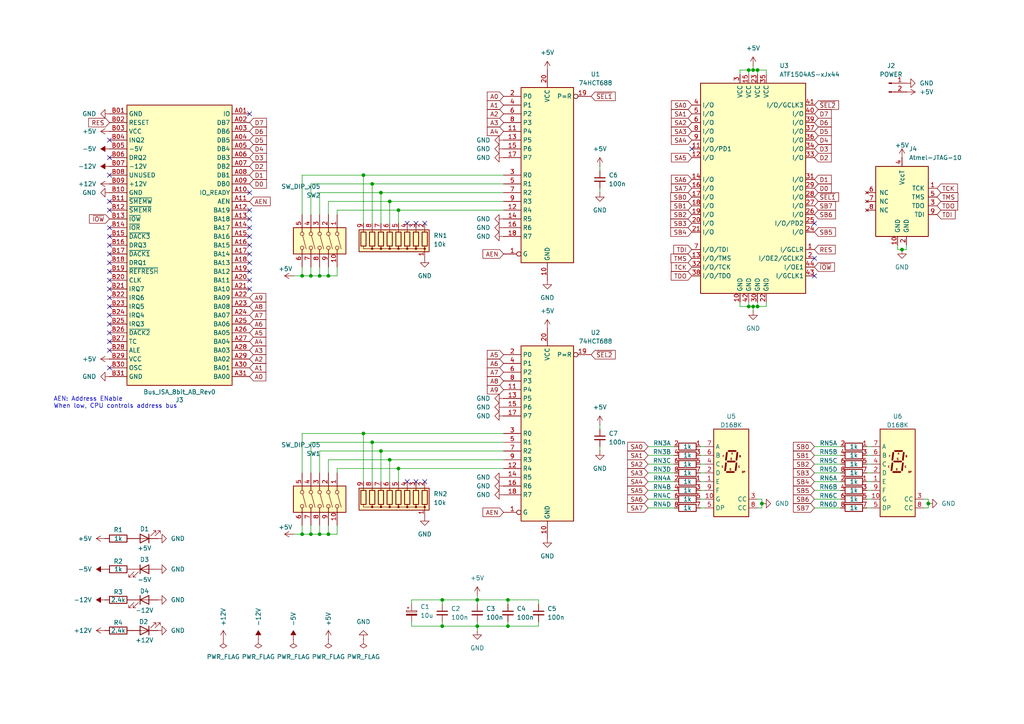
<source format=kicad_sch>
(kicad_sch (version 20250114) (generator "eeschema") (generator_version "9.0")
  (paper "A4")
  (lib_symbols
    (symbol "74xx:74HCT688"
      (property "Reference" "U" (at -7.62 26.67 0))
      (property "Value" "74HCT688" (at -7.62 -26.67 0))
      (symbol "74HCT688_1_0"
        (pin input line (at -12.7 22.86 0) (length 5.08) (name "P0") (number "2"))
        (pin input line (at -12.7 20.32 0) (length 5.08) (name "P1") (number "4"))
        (pin input line (at -12.7 17.78 0) (length 5.08) (name "P2") (number "6"))
        (pin input line (at -12.7 15.24 0) (length 5.08) (name "P3") (number "8"))
        (pin input line (at -12.7 12.7 0) (length 5.08) (name "P4") (number "11"))
        (pin input line (at -12.7 10.16 0) (length 5.08) (name "P5") (number "13"))
        (pin input line (at -12.7 7.62 0) (length 5.08) (name "P6") (number "15"))
        (pin input line (at -12.7 5.08 0) (length 5.08) (name "P7") (number "17"))
        (pin input line (at -12.7 0 0) (length 5.08) (name "R0") (number "3"))
        (pin input line (at -12.7 -2.54 0) (length 5.08) (name "R1") (number "5"))
        (pin input line (at -12.7 -5.08 0) (length 5.08) (name "R2") (number "7"))
        (pin input line (at -12.7 -7.62 0) (length 5.08) (name "R3") (number "9"))
        (pin input line (at -12.7 -10.16 0) (length 5.08) (name "R4") (number "12"))
        (pin input line (at -12.7 -12.7 0) (length 5.08) (name "R5") (number "14"))
        (pin input line (at -12.7 -15.24 0) (length 5.08) (name "R6") (number "16"))
        (pin input line (at -12.7 -17.78 0) (length 5.08) (name "R7") (number "18"))
        (pin input inverted (at -12.7 -22.86 0) (length 5.08) (name "G") (number "1"))
        (pin power_in line (at 0 30.48 270) (length 5.08) (name "VCC") (number "20"))
        (pin power_in line (at 0 -30.48 90) (length 5.08) (name "GND") (number "10"))
        (pin output inverted (at 12.7 22.86 180) (length 5.08) (name "P=R") (number "19"))
      )
    )
    (symbol "Connector:Bus_ISA_8bit_AB_Rev0"
      (property "Reference" "J" (at 0 42.545 0))
      (property "Value" "Connector_Bus_ISA_8bit_AB_Rev0" (at 0 -42.545 0))
      (symbol "Bus_ISA_8bit_AB_Rev0_1_1"
        (pin power_in line (at -20.32 38.1 0) (length 5.08) (name "GND") (number "B01"))
        (pin output line (at -20.32 35.56 0) (length 5.08) (name "RESET") (number "B02"))
        (pin power_in line (at -20.32 33.02 0) (length 5.08) (name "VCC") (number "B03"))
        (pin passive line (at -20.32 30.48 0) (length 5.08) (name "INQ2") (number "B04"))
        (pin power_in line (at -20.32 27.94 0) (length 5.08) (name "-5V") (number "B05"))
        (pin passive line (at -20.32 25.4 0) (length 5.08) (name "DRQ2") (number "B06"))
        (pin power_in line (at -20.32 22.86 0) (length 5.08) (name "-12V") (number "B07"))
        (pin passive line (at -20.32 20.32 0) (length 5.08) (name "UNUSED") (number "B08"))
        (pin power_in line (at -20.32 17.78 0) (length 5.08) (name "+12V") (number "B09"))
        (pin power_in line (at -20.32 15.24 0) (length 5.08) (name "GND") (number "B10"))
        (pin output line (at -20.32 12.7 0) (length 5.08) (name "~{SMEMW}") (number "B11"))
        (pin output line (at -20.32 10.16 0) (length 5.08) (name "~{SMEMR}") (number "B12"))
        (pin output line (at -20.32 7.62 0) (length 5.08) (name "~{IOW}") (number "B13"))
        (pin output line (at -20.32 5.08 0) (length 5.08) (name "~{IOR}") (number "B14"))
        (pin passive line (at -20.32 2.54 0) (length 5.08) (name "~{DACK3}") (number "B15"))
        (pin passive line (at -20.32 0 0) (length 5.08) (name "DRQ3") (number "B16"))
        (pin passive line (at -20.32 -2.54 0) (length 5.08) (name "~{DACK1}") (number "B17"))
        (pin passive line (at -20.32 -5.08 0) (length 5.08) (name "DRQ1") (number "B18"))
        (pin passive line (at -20.32 -7.62 0) (length 5.08) (name "~{REFRESH}") (number "B19"))
        (pin output line (at -20.32 -10.16 0) (length 5.08) (name "CLK") (number "B20"))
        (pin passive line (at -20.32 -12.7 0) (length 5.08) (name "IRQ7") (number "B21"))
        (pin passive line (at -20.32 -15.24 0) (length 5.08) (name "IRQ6") (number "B22"))
        (pin passive line (at -20.32 -17.78 0) (length 5.08) (name "IRQ5") (number "B23"))
        (pin passive line (at -20.32 -20.32 0) (length 5.08) (name "IRQ4") (number "B24"))
        (pin passive line (at -20.32 -22.86 0) (length 5.08) (name "IRQ3") (number "B25"))
        (pin passive line (at -20.32 -25.4 0) (length 5.08) (name "~{DACK2}") (number "B26"))
        (pin passive line (at -20.32 -27.94 0) (length 5.08) (name "TC") (number "B27"))
        (pin output line (at -20.32 -30.48 0) (length 5.08) (name "ALE") (number "B28"))
        (pin power_in line (at -20.32 -33.02 0) (length 5.08) (name "VCC") (number "B29"))
        (pin output line (at -20.32 -35.56 0) (length 5.08) (name "OSC") (number "B30"))
        (pin power_in line (at -20.32 -38.1 0) (length 5.08) (name "GND") (number "B31"))
        (pin passive line (at 20.32 38.1 180) (length 5.08) (name "IO") (number "A01"))
        (pin tri_state line (at 20.32 35.56 180) (length 5.08) (name "DB7") (number "A02"))
        (pin tri_state line (at 20.32 33.02 180) (length 5.08) (name "DB6") (number "A03"))
        (pin tri_state line (at 20.32 30.48 180) (length 5.08) (name "DB5") (number "A04"))
        (pin tri_state line (at 20.32 27.94 180) (length 5.08) (name "DB4") (number "A05"))
        (pin tri_state line (at 20.32 25.4 180) (length 5.08) (name "DB3") (number "A06"))
        (pin tri_state line (at 20.32 22.86 180) (length 5.08) (name "DB2") (number "A07"))
        (pin tri_state line (at 20.32 20.32 180) (length 5.08) (name "DB1") (number "A08"))
        (pin tri_state line (at 20.32 17.78 180) (length 5.08) (name "DB0") (number "A09"))
        (pin passive line (at 20.32 15.24 180) (length 5.08) (name "IO_READY") (number "A10"))
        (pin output line (at 20.32 12.7 180) (length 5.08) (name "AEN") (number "A11"))
        (pin tri_state line (at 20.32 10.16 180) (length 5.08) (name "BA19") (number "A12"))
        (pin tri_state line (at 20.32 7.62 180) (length 5.08) (name "BA18") (number "A13"))
        (pin tri_state line (at 20.32 5.08 180) (length 5.08) (name "BA17") (number "A14"))
        (pin tri_state line (at 20.32 2.54 180) (length 5.08) (name "BA16") (number "A15"))
        (pin tri_state line (at 20.32 0 180) (length 5.08) (name "BA15") (number "A16"))
        (pin tri_state line (at 20.32 -2.54 180) (length 5.08) (name "BA14") (number "A17"))
        (pin tri_state line (at 20.32 -5.08 180) (length 5.08) (name "BA13") (number "A18"))
        (pin tri_state line (at 20.32 -7.62 180) (length 5.08) (name "BA12") (number "A19"))
        (pin tri_state line (at 20.32 -10.16 180) (length 5.08) (name "BA11") (number "A20"))
        (pin tri_state line (at 20.32 -12.7 180) (length 5.08) (name "BA10") (number "A21"))
        (pin tri_state line (at 20.32 -15.24 180) (length 5.08) (name "BA09") (number "A22"))
        (pin tri_state line (at 20.32 -17.78 180) (length 5.08) (name "BA08") (number "A23"))
        (pin tri_state line (at 20.32 -20.32 180) (length 5.08) (name "BA07") (number "A24"))
        (pin tri_state line (at 20.32 -22.86 180) (length 5.08) (name "BA06") (number "A25"))
        (pin tri_state line (at 20.32 -25.4 180) (length 5.08) (name "BA05") (number "A26"))
        (pin tri_state line (at 20.32 -27.94 180) (length 5.08) (name "BA04") (number "A27"))
        (pin tri_state line (at 20.32 -30.48 180) (length 5.08) (name "BA03") (number "A28"))
        (pin tri_state line (at 20.32 -33.02 180) (length 5.08) (name "BA02") (number "A29"))
        (pin tri_state line (at 20.32 -35.56 180) (length 5.08) (name "BA01") (number "A30"))
        (pin tri_state line (at 20.32 -38.1 180) (length 5.08) (name "BA00") (number "A31"))
      )
    )
    (symbol "Connector:Conn_01x02_Pin" (pin_names (offset 1.016) (hide yes))
      (property "Reference" "J" (at 0 2.54 0))
      (property "Value" "Conn_01x02_Pin" (at 0 -5.08 0))
      (symbol "Conn_01x02_Pin_1_1"
        (pin passive line (at 5.08 0 180) (length 3.81) (name "Pin_1") (number "1"))
        (pin passive line (at 5.08 -2.54 180) (length 3.81) (name "Pin_2") (number "2"))
      )
    )
    (symbol "Device:C_Polarized_Small" (pin_numbers (hide yes)) (pin_names (offset 0.254) (hide yes))
      (property "Reference" "C" (at 0.254 1.778 0))
      (property "Value" "C_Polarized_Small" (at 0.254 -2.032 0))
      (symbol "C_Polarized_Small_1_1"
        (pin passive line (at 0 2.54 270) (length 1.8542) (name "~") (number "1"))
        (pin passive line (at 0 -2.54 90) (length 1.8542) (name "~") (number "2"))
      )
    )
    (symbol "Device:C_Small" (pin_numbers (hide yes)) (pin_names (offset 0.254) (hide yes))
      (property "Reference" "C" (at 0.254 1.778 0))
      (property "Value" "C_Small" (at 0.254 -2.032 0))
      (symbol "C_Small_1_1"
        (pin passive line (at 0 2.54 270) (length 2.032) (name "~") (number "1"))
        (pin passive line (at 0 -2.54 90) (length 2.032) (name "~") (number "2"))
      )
    )
    (symbol "Device:LED" (pin_numbers (hide yes)) (pin_names (offset 1.016) (hide yes))
      (property "Reference" "D" (at 0 2.54 0))
      (property "Value" "LED" (at 0 -2.54 0))
      (symbol "LED_1_1"
        (pin passive line (at -3.81 0 0) (length 2.54) (name "K") (number "1"))
        (pin passive line (at 3.81 0 180) (length 2.54) (name "A") (number "2"))
      )
    )
    (symbol "Device:R" (pin_numbers (hide yes)) (pin_names (offset 0))
      (property "Reference" "R" (at 2.032 0 90))
      (property "Value" "R" (at 0 0 90))
      (symbol "R_1_1"
        (pin passive line (at 0 3.81 270) (length 1.27) (name "~") (number "1"))
        (pin passive line (at 0 -3.81 90) (length 1.27) (name "~") (number "2"))
      )
    )
    (symbol "Device:R_Network08" (pin_names (offset 0) (hide yes))
      (property "Reference" "RN" (at -12.7 0 90))
      (property "Value" "R_Network08" (at 10.16 0 90))
      (symbol "R_Network08_1_1"
        (pin passive line (at -10.16 5.08 270) (length 2.54) (name "common") (number "1"))
        (pin passive line (at -10.16 -5.08 90) (length 1.27) (name "R1") (number "2"))
        (pin passive line (at -7.62 -5.08 90) (length 1.27) (name "R2") (number "3"))
        (pin passive line (at -5.08 -5.08 90) (length 1.27) (name "R3") (number "4"))
        (pin passive line (at -2.54 -5.08 90) (length 1.27) (name "R4") (number "5"))
        (pin passive line (at 0 -5.08 90) (length 1.27) (name "R5") (number "6"))
        (pin passive line (at 2.54 -5.08 90) (length 1.27) (name "R6") (number "7"))
        (pin passive line (at 5.08 -5.08 90) (length 1.27) (name "R7") (number "8"))
        (pin passive line (at 7.62 -5.08 90) (length 1.27) (name "R8") (number "9"))
      )
    )
    (symbol "Device:R_Pack04_SIP_Split" (pin_names (offset 0) (hide yes))
      (property "Reference" "RN" (at 2.032 0 90))
      (property "Value" "R_Pack04_SIP_Split" (at 0 0 90))
      (symbol "R_Pack04_SIP_Split_1_1"
        (pin passive line (at 0 3.81 270) (length 1.27) (name "R1.2") (number "2"))
        (pin passive line (at 0 -3.81 90) (length 1.27) (name "R1.1") (number "1"))
      )
      (symbol "R_Pack04_SIP_Split_2_1"
        (pin passive line (at 0 3.81 270) (length 1.27) (name "R2.2") (number "4"))
        (pin passive line (at 0 -3.81 90) (length 1.27) (name "R2.1") (number "3"))
      )
      (symbol "R_Pack04_SIP_Split_3_1"
        (pin passive line (at 0 3.81 270) (length 1.27) (name "R3.2") (number "6"))
        (pin passive line (at 0 -3.81 90) (length 1.27) (name "R3.1") (number "5"))
      )
      (symbol "R_Pack04_SIP_Split_4_1"
        (pin passive line (at 0 3.81 270) (length 1.27) (name "R4.2") (number "8"))
        (pin passive line (at 0 -3.81 90) (length 1.27) (name "R4.1") (number "7"))
      )
    )
    (symbol "Display_Character:D168K"
      (property "Reference" "U" (at -2.54 13.97 0))
      (property "Value" "D168K" (at 1.27 13.97 0))
      (symbol "D168K_0_0"
        (text "E" (at -2.54 1.778 0) (effects (font (size 0.508 0.508))))
        (text "F" (at -2.286 4.826 0) (effects (font (size 0.508 0.508))))
        (text "D" (at -0.254 1.016 0) (effects (font (size 0.508 0.508))))
        (text "G" (at 0 4.064 0) (effects (font (size 0.508 0.508))))
        (text "A" (at 0.254 5.588 0) (effects (font (size 0.508 0.508))))
        (text "C" (at 2.286 1.778 0) (effects (font (size 0.508 0.508))))
        (text "B" (at 2.54 4.826 0) (effects (font (size 0.508 0.508))))
        (text "DP" (at 3.556 0.254 0) (effects (font (size 0.508 0.508))))
      )
      (symbol "D168K_1_1"
        (pin input line (at -7.62 7.62 0) (length 2.54) (name "A") (number "7"))
        (pin input line (at -7.62 5.08 0) (length 2.54) (name "B") (number "6"))
        (pin input line (at -7.62 2.54 0) (length 2.54) (name "C") (number "4"))
        (pin input line (at -7.62 0 0) (length 2.54) (name "D") (number "2"))
        (pin input line (at -7.62 -2.54 0) (length 2.54) (name "E") (number "1"))
        (pin input line (at -7.62 -5.08 0) (length 2.54) (name "F") (number "9"))
        (pin input line (at -7.62 -7.62 0) (length 2.54) (name "G") (number "10"))
        (pin input line (at -7.62 -10.16 0) (length 2.54) (name "DP") (number "5"))
        (pin input line (at 7.62 -7.62 180) (length 2.54) (name "CC") (number "3"))
        (pin input line (at 7.62 -10.16 180) (length 2.54) (name "CC") (number "8"))
      )
    )
    (symbol "Switch:SW_DIP_x05" (pin_names (offset 0) (hide yes))
      (property "Reference" "SW" (at 0 8.89 0))
      (property "Value" "SW_DIP_x05" (at 0 -8.89 0))
      (symbol "SW_DIP_x05_1_1"
        (pin passive line (at -7.62 5.08 0) (length 5.08) (name "~") (number "1"))
        (pin passive line (at -7.62 2.54 0) (length 5.08) (name "~") (number "2"))
        (pin passive line (at -7.62 0 0) (length 5.08) (name "~") (number "3"))
        (pin passive line (at -7.62 -2.54 0) (length 5.08) (name "~") (number "4"))
        (pin passive line (at -7.62 -5.08 0) (length 5.08) (name "~") (number "5"))
        (pin passive line (at 7.62 5.08 180) (length 5.08) (name "~") (number "10"))
        (pin passive line (at 7.62 2.54 180) (length 5.08) (name "~") (number "9"))
        (pin passive line (at 7.62 0 180) (length 5.08) (name "~") (number "8"))
        (pin passive line (at 7.62 -2.54 180) (length 5.08) (name "~") (number "7"))
        (pin passive line (at 7.62 -5.08 180) (length 5.08) (name "~") (number "6"))
      )
    )
    (symbol "atf1504_plcc44_breakout:ATF1504AS-xJx44"
      (property "Reference" "U?" (at 7.62 27.94 0))
      (property "Value" "ATF1504AS-xJx44" (at 7.62 25.4 0))
      (symbol "ATF1504AS-xJx44_1_1"
        (pin bidirectional line (at -17.78 16.51 0) (length 2.54) (name "I/O") (number "4"))
        (pin bidirectional line (at -17.78 13.97 0) (length 2.54) (name "I/O") (number "5"))
        (pin bidirectional line (at -17.78 11.43 0) (length 2.54) (name "I/O") (number "6"))
        (pin bidirectional line (at -17.78 8.89 0) (length 2.54) (name "I/O") (number "8"))
        (pin bidirectional line (at -17.78 6.35 0) (length 2.54) (name "I/O") (number "9"))
        (pin bidirectional line (at -17.78 3.81 0) (length 2.54) (name "I/O/PD1") (number "11"))
        (pin bidirectional line (at -17.78 1.27 0) (length 2.54) (name "I/O") (number "12"))
        (pin bidirectional line (at -17.78 -5.08 0) (length 2.54) (name "I/O") (number "14"))
        (pin bidirectional line (at -17.78 -7.62 0) (length 2.54) (name "I/O") (number "16"))
        (pin bidirectional line (at -17.78 -10.16 0) (length 2.54) (name "I/O") (number "17"))
        (pin bidirectional line (at -17.78 -12.7 0) (length 2.54) (name "I/O") (number "18"))
        (pin bidirectional line (at -17.78 -15.24 0) (length 2.54) (name "I/O") (number "19"))
        (pin bidirectional line (at -17.78 -17.78 0) (length 2.54) (name "I/O") (number "20"))
        (pin bidirectional line (at -17.78 -20.32 0) (length 2.54) (name "I/O") (number "21"))
        (pin bidirectional line (at -17.78 -25.4 0) (length 2.54) (name "I/O/TDI") (number "7"))
        (pin bidirectional line (at -17.78 -27.94 0) (length 2.54) (name "I/O/TMS") (number "13"))
        (pin bidirectional line (at -17.78 -30.48 0) (length 2.54) (name "I/O/TCK") (number "32"))
        (pin bidirectional line (at -17.78 -33.02 0) (length 2.54) (name "I/O/TDO") (number "38"))
        (pin power_in line (at -3.81 25.4 270) (length 2.54) (name "VCC") (number "3"))
        (pin power_in line (at -3.81 -40.64 90) (length 2.54) (name "GND") (number "10"))
        (pin power_in line (at -1.27 25.4 270) (length 2.54) (name "VCC") (number "15"))
        (pin power_in line (at -1.27 -40.64 90) (length 2.54) (name "GND") (number "42"))
        (pin power_in line (at 1.27 25.4 270) (length 2.54) (name "VCC") (number "23"))
        (pin power_in line (at 1.27 -40.64 90) (length 2.54) (name "GND") (number "30"))
        (pin power_in line (at 3.81 25.4 270) (length 2.54) (name "VCC") (number "35"))
        (pin power_in line (at 3.81 -40.64 90) (length 2.54) (name "GND") (number "22"))
        (pin bidirectional line (at 17.78 16.51 180) (length 2.54) (name "I/O/GCLK3") (number "41"))
        (pin bidirectional line (at 17.78 13.97 180) (length 2.54) (name "I/O") (number "40"))
        (pin bidirectional line (at 17.78 11.43 180) (length 2.54) (name "I/O") (number "39"))
        (pin bidirectional line (at 17.78 8.89 180) (length 2.54) (name "I/O") (number "37"))
        (pin bidirectional line (at 17.78 6.35 180) (length 2.54) (name "I/O") (number "36"))
        (pin bidirectional line (at 17.78 3.81 180) (length 2.54) (name "I/O") (number "34"))
        (pin bidirectional line (at 17.78 1.27 180) (length 2.54) (name "I/O") (number "33"))
        (pin bidirectional line (at 17.78 -5.08 180) (length 2.54) (name "I/O") (number "31"))
        (pin bidirectional line (at 17.78 -7.62 180) (length 2.54) (name "I/O") (number "29"))
        (pin bidirectional line (at 17.78 -10.16 180) (length 2.54) (name "I/O") (number "28"))
        (pin bidirectional line (at 17.78 -12.7 180) (length 2.54) (name "I/O") (number "27"))
        (pin bidirectional line (at 17.78 -15.24 180) (length 2.54) (name "I/O") (number "26"))
        (pin bidirectional line (at 17.78 -17.78 180) (length 2.54) (name "I/O/PD2") (number "25"))
        (pin bidirectional line (at 17.78 -20.32 180) (length 2.54) (name "I/O") (number "24"))
        (pin input line (at 17.78 -25.4 180) (length 2.54) (name "I/GCLR") (number "1"))
        (pin input line (at 17.78 -27.94 180) (length 2.54) (name "I/OE2/GCLK2") (number "2"))
        (pin input line (at 17.78 -30.48 180) (length 2.54) (name "I/OE1") (number "44"))
        (pin input line (at 17.78 -33.02 180) (length 2.54) (name "I/GCLK1") (number "43"))
      )
    )
    (symbol "atf1504_plcc44_breakout:Atmel-JTAG-10" (pin_names (offset 1.016))
      (property "Reference" "J" (at -7.62 11.43 0))
      (property "Value" "Atmel-JTAG-10" (at 2.54 11.43 0))
      (symbol "Atmel-JTAG-10_1_1"
        (pin no_connect line (at -10.16 2.54 0) (length 2.54) (name "NC") (number "6"))
        (pin no_connect line (at -10.16 0 0) (length 2.54) (name "NC") (number "7"))
        (pin no_connect line (at -10.16 -2.54 0) (length 2.54) (name "NC") (number "8"))
        (pin power_in line (at -1.27 -12.7 90) (length 2.54) (name "GND") (number "10"))
        (pin power_in line (at 0 12.7 270) (length 2.54) (name "VccT") (number "4"))
        (pin passive line (at 1.27 -12.7 90) (length 2.54) (name "GND") (number "2"))
        (pin output line (at 10.16 3.81 180) (length 2.54) (name "TCK") (number "1"))
        (pin output line (at 10.16 1.27 180) (length 2.54) (name "TMS") (number "5"))
        (pin input line (at 10.16 -1.27 180) (length 2.54) (name "TDO") (number "3"))
        (pin output line (at 10.16 -3.81 180) (length 2.54) (name "TDI") (number "9"))
      )
    )
    (symbol "power:+12V" (power) (pin_numbers (hide yes)) (pin_names (offset 0) (hide yes))
      (property "Value" "+12V" (at 0 3.556 0))
      (symbol "+12V_1_1"
        (pin power_in line (at 0 0 90) (length 0) (name "~") (number "1"))
      )
    )
    (symbol "power:+5V" (power) (pin_numbers (hide yes)) (pin_names (offset 0) (hide yes))
      (property "Value" "+5V" (at 0 3.556 0))
      (symbol "+5V_1_1"
        (pin power_in line (at 0 0 90) (length 0) (name "~") (number "1"))
      )
    )
    (symbol "power:-12V" (power) (pin_numbers (hide yes)) (pin_names (offset 0) (hide yes))
      (property "Value" "-12V" (at 0 3.556 0))
      (symbol "-12V_0_0"
        (pin power_in line (at 0 0 90) (length 0) (name "~") (number "1"))
      )
    )
    (symbol "power:-5V" (power) (pin_numbers (hide yes)) (pin_names (offset 0) (hide yes))
      (property "Value" "-5V" (at 0 3.556 0))
      (symbol "-5V_0_0"
        (pin power_in line (at 0 0 90) (length 0) (name "~") (number "1"))
      )
    )
    (symbol "power:GND" (power) (pin_numbers (hide yes)) (pin_names (offset 0) (hide yes))
      (property "Value" "GND" (at 0 -3.81 0))
      (symbol "GND_1_1"
        (pin power_in line (at 0 0 270) (length 0) (name "~") (number "1"))
      )
    )
    (symbol "power:PWR_FLAG" (power) (pin_numbers (hide yes)) (pin_names (offset 0) (hide yes))
      (property "Value" "PWR_FLAG" (at 0 3.81 0))
      (symbol "PWR_FLAG_0_0"
        (pin power_out line (at 0 0 90) (length 0) (name "~") (number "1"))
      )
    )
  )
  (text "AEN: Address ENable\nWhen low, CPU controls address bus" (at 15.494 116.84 0) (effects (font (size 1.27 1.27)) (justify left)))
  (junction (at 110.49 55.88))
  (junction (at 105.41 50.8))
  (junction (at 113.03 58.42))
  (junction (at 105.41 125.73))
  (junction (at 269.24 146.05))
  (junction (at 261.62 72.39))
  (junction (at 219.71 20.32))
  (junction (at 147.32 173.99))
  (junction (at 147.32 181.61))
  (junction (at 95.25 80.01))
  (junction (at 220.98 146.05))
  (junction (at 110.49 130.81))
  (junction (at 87.63 154.94))
  (junction (at 92.71 154.94))
  (junction (at 217.17 20.32))
  (junction (at 138.43 181.61))
  (junction (at 218.44 88.9))
  (junction (at 115.57 60.96))
  (junction (at 90.17 80.01))
  (junction (at 107.95 53.34))
  (junction (at 90.17 154.94))
  (junction (at 219.71 88.9))
  (junction (at 115.57 135.89))
  (junction (at 95.25 154.94))
  (junction (at 128.27 181.61))
  (junction (at 217.17 88.9))
  (junction (at 218.44 20.32))
  (junction (at 128.27 173.99))
  (junction (at 107.95 128.27))
  (junction (at 138.43 173.99))
  (junction (at 87.63 80.01))
  (junction (at 92.71 80.01))
  (junction (at 113.03 133.35))
  (no_connect (at 31.75 60.96))
  (no_connect (at 31.75 91.44))
  (no_connect (at 123.19 64.77))
  (no_connect (at 72.39 78.74))
  (no_connect (at 72.39 63.5))
  (no_connect (at 72.39 68.58))
  (no_connect (at 31.75 58.42))
  (no_connect (at 236.22 80.01))
  (no_connect (at 31.75 71.12))
  (no_connect (at 31.75 96.52))
  (no_connect (at 118.11 139.7))
  (no_connect (at 72.39 60.96))
  (no_connect (at 31.75 68.58))
  (no_connect (at 31.75 101.6))
  (no_connect (at 31.75 86.36))
  (no_connect (at 236.22 64.77))
  (no_connect (at 31.75 88.9))
  (no_connect (at 120.65 64.77))
  (no_connect (at 123.19 139.7))
  (no_connect (at 72.39 55.88))
  (no_connect (at 72.39 76.2))
  (no_connect (at 31.75 106.68))
  (no_connect (at 31.75 66.04))
  (no_connect (at 31.75 73.66))
  (no_connect (at 31.75 40.64))
  (no_connect (at 72.39 73.66))
  (no_connect (at 72.39 81.28))
  (no_connect (at 72.39 83.82))
  (no_connect (at 31.75 93.98))
  (no_connect (at 31.75 76.2))
  (no_connect (at 72.39 71.12))
  (no_connect (at 72.39 66.04))
  (no_connect (at 31.75 83.82))
  (no_connect (at 72.39 33.02))
  (no_connect (at 31.75 50.8))
  (no_connect (at 31.75 99.06))
  (no_connect (at 31.75 81.28))
  (no_connect (at 236.22 74.93))
  (no_connect (at 120.65 139.7))
  (no_connect (at 31.75 78.74))
  (no_connect (at 200.66 43.18))
  (no_connect (at 31.75 45.72))
  (no_connect (at 118.11 64.77))
  (wire (pts (xy 251.46 134.62) (xy 252.73 134.62)))
  (wire (pts (xy 222.25 21.59) (xy 222.25 20.32)))
  (wire (pts (xy 218.44 88.9) (xy 217.17 88.9)))
  (wire (pts (xy 251.46 129.54) (xy 252.73 129.54)))
  (wire (pts (xy 220.98 146.05) (xy 220.98 147.32)))
  (wire (pts (xy 222.25 88.9) (xy 219.71 88.9)))
  (wire (pts (xy 85.09 154.94) (xy 87.63 154.94)))
  (wire (pts (xy 156.21 181.61) (xy 156.21 180.34)))
  (wire (pts (xy 115.57 60.96) (xy 146.05 60.96)))
  (wire (pts (xy 147.32 181.61) (xy 156.21 181.61)))
  (wire (pts (xy 203.2 144.78) (xy 204.47 144.78)))
  (wire (pts (xy 214.63 20.32) (xy 217.17 20.32)))
  (wire (pts (xy 87.63 125.73) (xy 87.63 137.16)))
  (wire (pts (xy 119.38 181.61) (xy 128.27 181.61)))
  (wire (pts (xy 128.27 173.99) (xy 119.38 173.99)))
  (wire (pts (xy 219.71 87.63) (xy 219.71 88.9)))
  (wire (pts (xy 138.43 173.99) (xy 138.43 175.26)))
  (wire (pts (xy 92.71 154.94) (xy 90.17 154.94)))
  (wire (pts (xy 105.41 50.8) (xy 87.63 50.8)))
  (wire (pts (xy 138.43 181.61) (xy 138.43 180.34)))
  (wire (pts (xy 115.57 135.89) (xy 115.57 139.7)))
  (wire (pts (xy 236.22 139.7) (xy 243.84 139.7)))
  (wire (pts (xy 95.25 58.42) (xy 95.25 62.23)))
  (wire (pts (xy 107.95 128.27) (xy 107.95 139.7)))
  (wire (pts (xy 90.17 154.94) (xy 87.63 154.94)))
  (wire (pts (xy 146.05 50.8) (xy 105.41 50.8)))
  (wire (pts (xy 128.27 181.61) (xy 138.43 181.61)))
  (wire (pts (xy 203.2 139.7) (xy 204.47 139.7)))
  (wire (pts (xy 251.46 147.32) (xy 252.73 147.32)))
  (wire (pts (xy 173.99 123.19) (xy 173.99 124.46)))
  (wire (pts (xy 95.25 152.4) (xy 95.25 154.94)))
  (wire (pts (xy 203.2 132.08) (xy 204.47 132.08)))
  (wire (pts (xy 251.46 132.08) (xy 252.73 132.08)))
  (wire (pts (xy 105.41 125.73) (xy 105.41 139.7)))
  (wire (pts (xy 110.49 130.81) (xy 92.71 130.81)))
  (wire (pts (xy 90.17 53.34) (xy 107.95 53.34)))
  (wire (pts (xy 203.2 147.32) (xy 204.47 147.32)))
  (wire (pts (xy 90.17 77.47) (xy 90.17 80.01)))
  (wire (pts (xy 203.2 137.16) (xy 204.47 137.16)))
  (wire (pts (xy 203.2 129.54) (xy 204.47 129.54)))
  (wire (pts (xy 110.49 55.88) (xy 110.49 64.77)))
  (wire (pts (xy 219.71 21.59) (xy 219.71 20.32)))
  (wire (pts (xy 261.62 72.39) (xy 262.89 72.39)))
  (wire (pts (xy 97.79 80.01) (xy 95.25 80.01)))
  (wire (pts (xy 97.79 60.96) (xy 115.57 60.96)))
  (wire (pts (xy 236.22 132.08) (xy 243.84 132.08)))
  (wire (pts (xy 95.25 77.47) (xy 95.25 80.01)))
  (wire (pts (xy 146.05 130.81) (xy 110.49 130.81)))
  (wire (pts (xy 219.71 88.9) (xy 218.44 88.9)))
  (wire (pts (xy 203.2 134.62) (xy 204.47 134.62)))
  (wire (pts (xy 90.17 53.34) (xy 90.17 62.23)))
  (wire (pts (xy 105.41 50.8) (xy 105.41 64.77)))
  (wire (pts (xy 217.17 87.63) (xy 217.17 88.9)))
  (wire (pts (xy 119.38 173.99) (xy 119.38 175.26)))
  (wire (pts (xy 138.43 181.61) (xy 147.32 181.61)))
  (wire (pts (xy 217.17 88.9) (xy 214.63 88.9)))
  (wire (pts (xy 95.25 133.35) (xy 95.25 137.16)))
  (wire (pts (xy 128.27 181.61) (xy 128.27 180.34)))
  (wire (pts (xy 173.99 48.26) (xy 173.99 49.53)))
  (wire (pts (xy 187.96 129.54) (xy 195.58 129.54)))
  (wire (pts (xy 214.63 21.59) (xy 214.63 20.32)))
  (wire (pts (xy 251.46 142.24) (xy 252.73 142.24)))
  (wire (pts (xy 110.49 130.81) (xy 110.49 139.7)))
  (wire (pts (xy 97.79 135.89) (xy 115.57 135.89)))
  (wire (pts (xy 222.25 87.63) (xy 222.25 88.9)))
  (wire (pts (xy 146.05 58.42) (xy 113.03 58.42)))
  (wire (pts (xy 187.96 134.62) (xy 195.58 134.62)))
  (wire (pts (xy 236.22 137.16) (xy 243.84 137.16)))
  (wire (pts (xy 107.95 53.34) (xy 107.95 64.77)))
  (wire (pts (xy 218.44 20.32) (xy 217.17 20.32)))
  (wire (pts (xy 97.79 137.16) (xy 97.79 135.89)))
  (wire (pts (xy 187.96 139.7) (xy 195.58 139.7)))
  (wire (pts (xy 222.25 20.32) (xy 219.71 20.32)))
  (wire (pts (xy 236.22 142.24) (xy 243.84 142.24)))
  (wire (pts (xy 90.17 80.01) (xy 87.63 80.01)))
  (wire (pts (xy 218.44 90.17) (xy 218.44 88.9)))
  (wire (pts (xy 147.32 181.61) (xy 147.32 180.34)))
  (wire (pts (xy 105.41 125.73) (xy 87.63 125.73)))
  (wire (pts (xy 119.38 181.61) (xy 119.38 180.34)))
  (wire (pts (xy 92.71 77.47) (xy 92.71 80.01)))
  (wire (pts (xy 269.24 144.78) (xy 267.97 144.78)))
  (wire (pts (xy 156.21 173.99) (xy 156.21 175.26)))
  (wire (pts (xy 92.71 55.88) (xy 110.49 55.88)))
  (wire (pts (xy 113.03 133.35) (xy 113.03 139.7)))
  (wire (pts (xy 85.09 80.01) (xy 87.63 80.01)))
  (wire (pts (xy 128.27 173.99) (xy 128.27 175.26)))
  (wire (pts (xy 92.71 152.4) (xy 92.71 154.94)))
  (wire (pts (xy 187.96 147.32) (xy 195.58 147.32)))
  (wire (pts (xy 138.43 172.72) (xy 138.43 173.99)))
  (wire (pts (xy 90.17 128.27) (xy 90.17 137.16)))
  (wire (pts (xy 251.46 139.7) (xy 252.73 139.7)))
  (wire (pts (xy 146.05 53.34) (xy 107.95 53.34)))
  (wire (pts (xy 138.43 173.99) (xy 128.27 173.99)))
  (wire (pts (xy 90.17 152.4) (xy 90.17 154.94)))
  (wire (pts (xy 87.63 80.01) (xy 87.63 77.47)))
  (wire (pts (xy 217.17 20.32) (xy 217.17 21.59)))
  (wire (pts (xy 251.46 137.16) (xy 252.73 137.16)))
  (wire (pts (xy 113.03 58.42) (xy 113.03 64.77)))
  (wire (pts (xy 92.71 130.81) (xy 92.71 137.16)))
  (wire (pts (xy 146.05 128.27) (xy 107.95 128.27)))
  (wire (pts (xy 269.24 146.05) (xy 269.24 147.32)))
  (wire (pts (xy 261.62 72.39) (xy 260.35 72.39)))
  (wire (pts (xy 107.95 128.27) (xy 90.17 128.27)))
  (wire (pts (xy 97.79 62.23) (xy 97.79 60.96)))
  (wire (pts (xy 97.79 77.47) (xy 97.79 80.01)))
  (wire (pts (xy 146.05 133.35) (xy 113.03 133.35)))
  (wire (pts (xy 220.98 146.05) (xy 220.98 144.78)))
  (wire (pts (xy 115.57 60.96) (xy 115.57 64.77)))
  (wire (pts (xy 147.32 173.99) (xy 147.32 175.26)))
  (wire (pts (xy 92.71 154.94) (xy 95.25 154.94)))
  (wire (pts (xy 236.22 147.32) (xy 243.84 147.32)))
  (wire (pts (xy 173.99 55.88) (xy 173.99 54.61)))
  (wire (pts (xy 146.05 125.73) (xy 105.41 125.73)))
  (wire (pts (xy 269.24 146.05) (xy 269.24 144.78)))
  (wire (pts (xy 236.22 134.62) (xy 243.84 134.62)))
  (wire (pts (xy 87.63 50.8) (xy 87.63 62.23)))
  (wire (pts (xy 218.44 19.05) (xy 218.44 20.32)))
  (wire (pts (xy 147.32 173.99) (xy 156.21 173.99)))
  (wire (pts (xy 97.79 154.94) (xy 95.25 154.94)))
  (wire (pts (xy 115.57 135.89) (xy 146.05 135.89)))
  (wire (pts (xy 214.63 88.9) (xy 214.63 87.63)))
  (wire (pts (xy 220.98 147.32) (xy 219.71 147.32)))
  (wire (pts (xy 92.71 80.01) (xy 95.25 80.01)))
  (wire (pts (xy 236.22 144.78) (xy 243.84 144.78)))
  (wire (pts (xy 236.22 129.54) (xy 243.84 129.54)))
  (wire (pts (xy 262.89 72.39) (xy 262.89 71.12)))
  (wire (pts (xy 187.96 137.16) (xy 195.58 137.16)))
  (wire (pts (xy 251.46 144.78) (xy 252.73 144.78)))
  (wire (pts (xy 173.99 130.81) (xy 173.99 129.54)))
  (wire (pts (xy 203.2 142.24) (xy 204.47 142.24)))
  (wire (pts (xy 187.96 142.24) (xy 195.58 142.24)))
  (wire (pts (xy 220.98 144.78) (xy 219.71 144.78)))
  (wire (pts (xy 92.71 80.01) (xy 90.17 80.01)))
  (wire (pts (xy 97.79 152.4) (xy 97.79 154.94)))
  (wire (pts (xy 95.25 58.42) (xy 113.03 58.42)))
  (wire (pts (xy 219.71 20.32) (xy 218.44 20.32)))
  (wire (pts (xy 187.96 132.08) (xy 195.58 132.08)))
  (wire (pts (xy 87.63 154.94) (xy 87.63 152.4)))
  (wire (pts (xy 269.24 147.32) (xy 267.97 147.32)))
  (wire (pts (xy 187.96 144.78) (xy 195.58 144.78)))
  (wire (pts (xy 260.35 72.39) (xy 260.35 71.12)))
  (wire (pts (xy 138.43 181.61) (xy 138.43 182.88)))
  (wire (pts (xy 146.05 55.88) (xy 110.49 55.88)))
  (wire (pts (xy 92.71 55.88) (xy 92.71 62.23)))
  (wire (pts (xy 113.03 133.35) (xy 95.25 133.35)))
  (wire (pts (xy 138.43 173.99) (xy 147.32 173.99)))
  (global_label "D1" (shape input) (at 72.39 50.8 0) (property "Intersheetrefs" "${INTERSHEET_REFS}" (effects (hide yes))))
  (global_label "A0" (shape input) (at 146.05 27.94 180) (property "Intersheetrefs" "${INTERSHEET_REFS}" (effects (hide yes))))
  (global_label "SB0" (shape input) (at 200.66 57.15 180) (property "Intersheetrefs" "${INTERSHEET_REFS}" (effects (hide yes))))
  (global_label "TDO" (shape input) (at 271.78 59.69 0) (property "Intersheetrefs" "${INTERSHEET_REFS}" (effects (hide yes))))
  (global_label "~{IOW}" (shape input) (at 236.22 77.47 0) (property "Intersheetrefs" "${INTERSHEET_REFS}" (effects (hide yes))))
  (global_label "A1" (shape input) (at 146.05 30.48 180) (property "Intersheetrefs" "${INTERSHEET_REFS}" (effects (hide yes))))
  (global_label "SB0" (shape input) (at 236.22 129.54 180) (property "Intersheetrefs" "${INTERSHEET_REFS}" (effects (hide yes))))
  (global_label "A3" (shape input) (at 146.05 35.56 180) (property "Intersheetrefs" "${INTERSHEET_REFS}" (effects (hide yes))))
  (global_label "SB7" (shape input) (at 236.22 147.32 180) (property "Intersheetrefs" "${INTERSHEET_REFS}" (effects (hide yes))))
  (global_label "A3" (shape input) (at 72.39 101.6 0) (property "Intersheetrefs" "${INTERSHEET_REFS}" (effects (hide yes))))
  (global_label "D7" (shape input) (at 236.22 33.02 0) (property "Intersheetrefs" "${INTERSHEET_REFS}" (effects (hide yes))))
  (global_label "AEN" (shape input) (at 146.05 73.66 180) (property "Intersheetrefs" "${INTERSHEET_REFS}" (effects (hide yes))))
  (global_label "D7" (shape input) (at 72.39 35.56 0) (property "Intersheetrefs" "${INTERSHEET_REFS}" (effects (hide yes))))
  (global_label "D5" (shape input) (at 236.22 38.1 0) (property "Intersheetrefs" "${INTERSHEET_REFS}" (effects (hide yes))))
  (global_label "A2" (shape input) (at 146.05 33.02 180) (property "Intersheetrefs" "${INTERSHEET_REFS}" (effects (hide yes))))
  (global_label "SB1" (shape input) (at 236.22 132.08 180) (property "Intersheetrefs" "${INTERSHEET_REFS}" (effects (hide yes))))
  (global_label "D6" (shape input) (at 72.39 38.1 0) (property "Intersheetrefs" "${INTERSHEET_REFS}" (effects (hide yes))))
  (global_label "SB2" (shape input) (at 200.66 62.23 180) (property "Intersheetrefs" "${INTERSHEET_REFS}" (effects (hide yes))))
  (global_label "A5" (shape input) (at 146.05 102.87 180) (property "Intersheetrefs" "${INTERSHEET_REFS}" (effects (hide yes))))
  (global_label "SB7" (shape input) (at 236.22 59.69 0) (property "Intersheetrefs" "${INTERSHEET_REFS}" (effects (hide yes))))
  (global_label "D1" (shape input) (at 236.22 52.07 0) (property "Intersheetrefs" "${INTERSHEET_REFS}" (effects (hide yes))))
  (global_label "RES" (shape input) (at 31.75 35.56 180) (property "Intersheetrefs" "${INTERSHEET_REFS}" (effects (hide yes))))
  (global_label "A5" (shape input) (at 72.39 96.52 0) (property "Intersheetrefs" "${INTERSHEET_REFS}" (effects (hide yes))))
  (global_label "A2" (shape input) (at 72.39 104.14 0) (property "Intersheetrefs" "${INTERSHEET_REFS}" (effects (hide yes))))
  (global_label "SA5" (shape input) (at 200.66 45.72 180) (property "Intersheetrefs" "${INTERSHEET_REFS}" (effects (hide yes))))
  (global_label "~{SEL1}" (shape input) (at 171.45 27.94 0) (property "Intersheetrefs" "${INTERSHEET_REFS}" (effects (hide yes))))
  (global_label "AEN" (shape input) (at 146.05 148.59 180) (property "Intersheetrefs" "${INTERSHEET_REFS}" (effects (hide yes))))
  (global_label "D0" (shape input) (at 236.22 54.61 0) (property "Intersheetrefs" "${INTERSHEET_REFS}" (effects (hide yes))))
  (global_label "A4" (shape input) (at 72.39 99.06 0) (property "Intersheetrefs" "${INTERSHEET_REFS}" (effects (hide yes))))
  (global_label "D3" (shape input) (at 236.22 43.18 0) (property "Intersheetrefs" "${INTERSHEET_REFS}" (effects (hide yes))))
  (global_label "SA2" (shape input) (at 187.96 134.62 180) (property "Intersheetrefs" "${INTERSHEET_REFS}" (effects (hide yes))))
  (global_label "RES" (shape input) (at 236.22 72.39 0) (property "Intersheetrefs" "${INTERSHEET_REFS}" (effects (hide yes))))
  (global_label "SB5" (shape input) (at 236.22 142.24 180) (property "Intersheetrefs" "${INTERSHEET_REFS}" (effects (hide yes))))
  (global_label "TDI" (shape input) (at 271.78 62.23 0) (property "Intersheetrefs" "${INTERSHEET_REFS}" (effects (hide yes))))
  (global_label "AEN" (shape input) (at 72.39 58.42 0) (property "Intersheetrefs" "${INTERSHEET_REFS}" (effects (hide yes))))
  (global_label "D4" (shape input) (at 72.39 43.18 0) (property "Intersheetrefs" "${INTERSHEET_REFS}" (effects (hide yes))))
  (global_label "SB6" (shape input) (at 236.22 62.23 0) (property "Intersheetrefs" "${INTERSHEET_REFS}" (effects (hide yes))))
  (global_label "A7" (shape input) (at 72.39 91.44 0) (property "Intersheetrefs" "${INTERSHEET_REFS}" (effects (hide yes))))
  (global_label "SB3" (shape input) (at 200.66 64.77 180) (property "Intersheetrefs" "${INTERSHEET_REFS}" (effects (hide yes))))
  (global_label "SB6" (shape input) (at 236.22 144.78 180) (property "Intersheetrefs" "${INTERSHEET_REFS}" (effects (hide yes))))
  (global_label "D0" (shape input) (at 72.39 53.34 0) (property "Intersheetrefs" "${INTERSHEET_REFS}" (effects (hide yes))))
  (global_label "SA4" (shape input) (at 200.66 40.64 180) (property "Intersheetrefs" "${INTERSHEET_REFS}" (effects (hide yes))))
  (global_label "D5" (shape input) (at 72.39 40.64 0) (property "Intersheetrefs" "${INTERSHEET_REFS}" (effects (hide yes))))
  (global_label "~{SEL1}" (shape input) (at 236.22 57.15 0) (property "Intersheetrefs" "${INTERSHEET_REFS}" (effects (hide yes))))
  (global_label "TMS" (shape input) (at 200.66 74.93 180) (property "Intersheetrefs" "${INTERSHEET_REFS}" (effects (hide yes))))
  (global_label "A8" (shape input) (at 72.39 88.9 0) (property "Intersheetrefs" "${INTERSHEET_REFS}" (effects (hide yes))))
  (global_label "~{IOW}" (shape input) (at 31.75 63.5 180) (property "Intersheetrefs" "${INTERSHEET_REFS}" (effects (hide yes))))
  (global_label "SA7" (shape input) (at 187.96 147.32 180) (property "Intersheetrefs" "${INTERSHEET_REFS}" (effects (hide yes))))
  (global_label "TCK" (shape input) (at 200.66 77.47 180) (property "Intersheetrefs" "${INTERSHEET_REFS}" (effects (hide yes))))
  (global_label "SA0" (shape input) (at 187.96 129.54 180) (property "Intersheetrefs" "${INTERSHEET_REFS}" (effects (hide yes))))
  (global_label "A6" (shape input) (at 146.05 105.41 180) (property "Intersheetrefs" "${INTERSHEET_REFS}" (effects (hide yes))))
  (global_label "SB2" (shape input) (at 236.22 134.62 180) (property "Intersheetrefs" "${INTERSHEET_REFS}" (effects (hide yes))))
  (global_label "D4" (shape input) (at 236.22 40.64 0) (property "Intersheetrefs" "${INTERSHEET_REFS}" (effects (hide yes))))
  (global_label "SA7" (shape input) (at 200.66 54.61 180) (property "Intersheetrefs" "${INTERSHEET_REFS}" (effects (hide yes))))
  (global_label "A6" (shape input) (at 72.39 93.98 0) (property "Intersheetrefs" "${INTERSHEET_REFS}" (effects (hide yes))))
  (global_label "A9" (shape input) (at 146.05 113.03 180) (property "Intersheetrefs" "${INTERSHEET_REFS}" (effects (hide yes))))
  (global_label "D2" (shape input) (at 236.22 45.72 0) (property "Intersheetrefs" "${INTERSHEET_REFS}" (effects (hide yes))))
  (global_label "A4" (shape input) (at 146.05 38.1 180) (property "Intersheetrefs" "${INTERSHEET_REFS}" (effects (hide yes))))
  (global_label "SB4" (shape input) (at 236.22 139.7 180) (property "Intersheetrefs" "${INTERSHEET_REFS}" (effects (hide yes))))
  (global_label "SB4" (shape input) (at 200.66 67.31 180) (property "Intersheetrefs" "${INTERSHEET_REFS}" (effects (hide yes))))
  (global_label "SA0" (shape input) (at 200.66 30.48 180) (property "Intersheetrefs" "${INTERSHEET_REFS}" (effects (hide yes))))
  (global_label "~{SEL2}" (shape input) (at 171.45 102.87 0) (property "Intersheetrefs" "${INTERSHEET_REFS}" (effects (hide yes))))
  (global_label "SA3" (shape input) (at 200.66 38.1 180) (property "Intersheetrefs" "${INTERSHEET_REFS}" (effects (hide yes))))
  (global_label "A7" (shape input) (at 146.05 107.95 180) (property "Intersheetrefs" "${INTERSHEET_REFS}" (effects (hide yes))))
  (global_label "~{SEL2}" (shape input) (at 236.22 30.48 0) (property "Intersheetrefs" "${INTERSHEET_REFS}" (effects (hide yes))))
  (global_label "A8" (shape input) (at 146.05 110.49 180) (property "Intersheetrefs" "${INTERSHEET_REFS}" (effects (hide yes))))
  (global_label "SA6" (shape input) (at 187.96 144.78 180) (property "Intersheetrefs" "${INTERSHEET_REFS}" (effects (hide yes))))
  (global_label "D2" (shape input) (at 72.39 48.26 0) (property "Intersheetrefs" "${INTERSHEET_REFS}" (effects (hide yes))))
  (global_label "TCK" (shape input) (at 271.78 54.61 0) (property "Intersheetrefs" "${INTERSHEET_REFS}" (effects (hide yes))))
  (global_label "SA3" (shape input) (at 187.96 137.16 180) (property "Intersheetrefs" "${INTERSHEET_REFS}" (effects (hide yes))))
  (global_label "A0" (shape input) (at 72.39 109.22 0) (property "Intersheetrefs" "${INTERSHEET_REFS}" (effects (hide yes))))
  (global_label "TDI" (shape input) (at 200.66 72.39 180) (property "Intersheetrefs" "${INTERSHEET_REFS}" (effects (hide yes))))
  (global_label "A1" (shape input) (at 72.39 106.68 0) (property "Intersheetrefs" "${INTERSHEET_REFS}" (effects (hide yes))))
  (global_label "SA1" (shape input) (at 200.66 33.02 180) (property "Intersheetrefs" "${INTERSHEET_REFS}" (effects (hide yes))))
  (global_label "D6" (shape input) (at 236.22 35.56 0) (property "Intersheetrefs" "${INTERSHEET_REFS}" (effects (hide yes))))
  (global_label "SA4" (shape input) (at 187.96 139.7 180) (property "Intersheetrefs" "${INTERSHEET_REFS}" (effects (hide yes))))
  (global_label "SA6" (shape input) (at 200.66 52.07 180) (property "Intersheetrefs" "${INTERSHEET_REFS}" (effects (hide yes))))
  (global_label "SB5" (shape input) (at 236.22 67.31 0) (property "Intersheetrefs" "${INTERSHEET_REFS}" (effects (hide yes))))
  (global_label "SA2" (shape input) (at 200.66 35.56 180) (property "Intersheetrefs" "${INTERSHEET_REFS}" (effects (hide yes))))
  (global_label "SB3" (shape input) (at 236.22 137.16 180) (property "Intersheetrefs" "${INTERSHEET_REFS}" (effects (hide yes))))
  (global_label "A9" (shape input) (at 72.39 86.36 0) (property "Intersheetrefs" "${INTERSHEET_REFS}" (effects (hide yes))))
  (global_label "D3" (shape input) (at 72.39 45.72 0) (property "Intersheetrefs" "${INTERSHEET_REFS}" (effects (hide yes))))
  (global_label "SA1" (shape input) (at 187.96 132.08 180) (property "Intersheetrefs" "${INTERSHEET_REFS}" (effects (hide yes))))
  (global_label "TDO" (shape input) (at 200.66 80.01 180) (property "Intersheetrefs" "${INTERSHEET_REFS}" (effects (hide yes))))
  (global_label "SA5" (shape input) (at 187.96 142.24 180) (property "Intersheetrefs" "${INTERSHEET_REFS}" (effects (hide yes))))
  (global_label "SB1" (shape input) (at 200.66 59.69 180) (property "Intersheetrefs" "${INTERSHEET_REFS}" (effects (hide yes))))
  (global_label "TMS" (shape input) (at 271.78 57.15 0) (property "Intersheetrefs" "${INTERSHEET_REFS}" (effects (hide yes))))
  (symbol (lib_id "Device:R_Pack04_SIP_Split") (at 199.39 129.54 90) (unit 1)
    (property "Reference" "RN3" (at 192.024 128.524 90))
    (property "Value" "1k" (at 199.39 129.54 90))
    (property "Footprint" "Resistor_THT:R_Array_SIP8" (effects (hide yes)))
    (property "Datasheet" "http://www.vishay.com/docs/31509/csc.pdf" (effects (hide yes)))
    (property "Description" "4 resistor network, parallel topology, SIP package, split" (effects (hide yes)))
  )
  (symbol (lib_id "power:GND") (at 45.72 156.21 90) (unit 1)
    (property "Reference" "#PWR045" (effects (hide yes)))
    (property "Value" "GND" (at 49.53 156.2099 90) (effects (justify right)))
    (property "Description" "Power symbol creates a global label with name \"GND\" , ground" (effects (hide yes)))
  )
  (symbol (lib_id "power:+5V") (at 173.99 123.19 0) (unit 1)
    (property "Reference" "#PWR039" (effects (hide yes)))
    (property "Value" "+5V" (at 173.99 118.11 0))
    (property "Description" "Power symbol creates a global label with name \"+5V\"" (effects (hide yes)))
  )
  (symbol (lib_id "Device:R") (at 34.29 165.1 90) (unit 1)
    (property "Reference" "R2" (at 34.29 162.814 90))
    (property "Value" "1k" (at 34.29 165.1 90))
    (property "Footprint" "Resistor_THT:R_Axial_DIN0207_L6.3mm_D2.5mm_P7.62mm_Horizontal" (effects (hide yes)))
    (property "Description" "Resistor" (effects (hide yes)))
  )
  (symbol (lib_id "atf1504_plcc44_breakout:Atmel-JTAG-10") (at 261.62 58.42 0) (unit 1)
    (property "Reference" "J4" (at 263.6394 43.18 0) (effects (justify left)))
    (property "Value" "Atmel-JTAG-10" (at 263.6394 45.72 0) (effects (justify left)))
    (property "Footprint" "Connector_IDC:IDC-Header_2x05_P2.54mm_Vertical" (effects (hide yes)))
  )
  (symbol (lib_id "power:GND") (at 158.75 156.21 0) (unit 1)
    (property "Reference" "#PWR021" (effects (hide yes)))
    (property "Value" "GND" (at 158.75 161.29 0))
    (property "Description" "Power symbol creates a global label with name \"GND\" , ground" (effects (hide yes)))
  )
  (symbol (lib_id "power:GND") (at 123.19 149.86 0) (unit 1)
    (property "Reference" "#PWR013" (effects (hide yes)))
    (property "Value" "GND" (at 123.19 154.94 0))
    (property "Description" "Power symbol creates a global label with name \"GND\" , ground" (effects (hide yes)))
  )
  (symbol (lib_id "Device:C_Polarized_Small") (at 119.38 177.8 0) (unit 1)
    (property "Reference" "C1" (at 121.92 175.9839 0) (effects (justify left)))
    (property "Value" "10u" (at 121.92 178.5239 0) (effects (justify left)))
    (property "Footprint" "Capacitor_THT:CP_Radial_D4.0mm_P1.50mm" (effects (hide yes)))
    (property "Description" "Polarized capacitor, small symbol" (effects (hide yes)))
  )
  (symbol (lib_id "Device:R_Pack04_SIP_Split") (at 199.39 134.62 90) (unit 3)
    (property "Reference" "RN3" (at 192.024 133.604 90))
    (property "Value" "1k" (at 199.39 134.62 90))
    (property "Footprint" "Resistor_THT:R_Array_SIP8" (effects (hide yes)))
    (property "Datasheet" "http://www.vishay.com/docs/31509/csc.pdf" (effects (hide yes)))
    (property "Description" "4 resistor network, parallel topology, SIP package, split" (effects (hide yes)))
  )
  (symbol (lib_id "Device:R_Pack04_SIP_Split") (at 247.65 139.7 90) (unit 1)
    (property "Reference" "RN6" (at 240.284 138.684 90))
    (property "Value" "1k" (at 247.65 139.7 90))
    (property "Footprint" "Resistor_THT:R_Array_SIP8" (effects (hide yes)))
    (property "Datasheet" "http://www.vishay.com/docs/31509/csc.pdf" (effects (hide yes)))
    (property "Description" "4 resistor network, parallel topology, SIP package, split" (effects (hide yes)))
  )
  (symbol (lib_id "power:GND") (at 146.05 68.58 270) (unit 1)
    (property "Reference" "#PWR09" (effects (hide yes)))
    (property "Value" "GND" (at 142.24 68.5799 90) (effects (justify right)))
    (property "Description" "Power symbol creates a global label with name \"GND\" , ground" (effects (hide yes)))
  )
  (symbol (lib_id "Device:R_Pack04_SIP_Split") (at 199.39 139.7 90) (unit 1)
    (property "Reference" "RN4" (at 192.024 138.684 90))
    (property "Value" "1k" (at 199.39 139.7 90))
    (property "Footprint" "Resistor_THT:R_Array_SIP8" (effects (hide yes)))
    (property "Datasheet" "http://www.vishay.com/docs/31509/csc.pdf" (effects (hide yes)))
    (property "Description" "4 resistor network, parallel topology, SIP package, split" (effects (hide yes)))
  )
  (symbol (lib_id "Device:R_Pack04_SIP_Split") (at 247.65 137.16 90) (unit 4)
    (property "Reference" "RN5" (at 240.284 136.144 90))
    (property "Value" "1k" (at 247.65 137.16 90))
    (property "Footprint" "Resistor_THT:R_Array_SIP8" (effects (hide yes)))
    (property "Datasheet" "http://www.vishay.com/docs/31509/csc.pdf" (effects (hide yes)))
    (property "Description" "4 resistor network, parallel topology, SIP package, split" (effects (hide yes)))
  )
  (symbol (lib_id "Switch:SW_DIP_x05") (at 92.71 144.78 270) (unit 1)
    (property "Reference" "SW1" (at 92.964 131.572 90) (effects (justify right)))
    (property "Value" "SW_DIP_x05" (at 92.964 129.032 90) (effects (justify right)))
    (property "Footprint" "Button_Switch_THT:SW_DIP_SPSTx05_Slide_9.78x14.88mm_W7.62mm_P2.54mm" (effects (hide yes)))
    (property "Description" "5x DIP Switch, Single Pole Single Throw (SPST) switch, small symbol" (effects (hide yes)))
  )
  (symbol (lib_id "power:+5V") (at 262.89 26.67 270) (unit 1)
    (property "Reference" "#PWR034" (effects (hide yes)))
    (property "Value" "+5V" (at 266.7 26.6699 90) (effects (justify left)))
    (property "Description" "Power symbol creates a global label with name \"+5V\"" (effects (hide yes)))
  )
  (symbol (lib_id "Device:C_Small") (at 156.21 177.8 0) (unit 1)
    (property "Reference" "C5" (at 158.75 176.5362 0) (effects (justify left)))
    (property "Value" "100n" (at 158.75 179.0762 0) (effects (justify left)))
    (property "Footprint" "Capacitor_THT:C_Disc_D5.0mm_W2.5mm_P5.00mm" (effects (hide yes)))
    (property "Description" "Unpolarized capacitor, small symbol" (effects (hide yes)))
  )
  (symbol (lib_id "Device:R_Pack04_SIP_Split") (at 199.39 144.78 90) (unit 3)
    (property "Reference" "RN4" (at 192.024 143.764 90))
    (property "Value" "1k" (at 199.39 144.78 90))
    (property "Footprint" "Resistor_THT:R_Array_SIP8" (effects (hide yes)))
    (property "Datasheet" "http://www.vishay.com/docs/31509/csc.pdf" (effects (hide yes)))
    (property "Description" "4 resistor network, parallel topology, SIP package, split" (effects (hide yes)))
  )
  (symbol (lib_id "Device:R_Pack04_SIP_Split") (at 199.39 132.08 90) (unit 2)
    (property "Reference" "RN3" (at 192.024 131.064 90))
    (property "Value" "1k" (at 199.39 132.08 90))
    (property "Footprint" "Resistor_THT:R_Array_SIP8" (effects (hide yes)))
    (property "Datasheet" "http://www.vishay.com/docs/31509/csc.pdf" (effects (hide yes)))
    (property "Description" "4 resistor network, parallel topology, SIP package, split" (effects (hide yes)))
  )
  (symbol (lib_id "Device:R") (at 34.29 156.21 90) (unit 1)
    (property "Reference" "R1" (at 34.29 153.67 90))
    (property "Value" "1k" (at 34.29 156.21 90))
    (property "Footprint" "Resistor_THT:R_Axial_DIN0207_L6.3mm_D2.5mm_P7.62mm_Horizontal" (effects (hide yes)))
    (property "Description" "Resistor" (effects (hide yes)))
  )
  (symbol (lib_id "power:GND") (at 173.99 130.81 0) (unit 1)
    (property "Reference" "#PWR040" (effects (hide yes)))
    (property "Value" "GND" (at 173.99 135.89 0))
    (property "Description" "Power symbol creates a global label with name \"GND\" , ground" (effects (hide yes)))
  )
  (symbol (lib_id "power:-5V") (at 31.75 43.18 90) (unit 1)
    (property "Reference" "#PWR031" (effects (hide yes)))
    (property "Value" "-5V" (at 27.94 43.1799 90) (effects (justify left)))
    (property "Description" "Power symbol creates a global label with name \"-5V\"" (effects (hide yes)))
  )
  (symbol (lib_id "power:-12V") (at 30.48 173.99 90) (unit 1)
    (property "Reference" "#PWR043" (effects (hide yes)))
    (property "Value" "-12V" (at 26.67 173.9899 90) (effects (justify left)))
    (property "Description" "Power symbol creates a global label with name \"-12V\"" (effects (hide yes)))
  )
  (symbol (lib_id "Device:LED") (at 41.91 156.21 180) (unit 1)
    (property "Reference" "D1" (at 41.91 153.416 0))
    (property "Value" "+5V" (at 41.91 159.004 0))
    (property "Footprint" "LED_THT:LED_D5.0mm" (effects (hide yes)))
    (property "Description" "Light emitting diode" (effects (hide yes)))
    (property "Sim.Pins" "1=K 2=A" (effects (hide yes)))
  )
  (symbol (lib_id "power:+12V") (at 64.77 185.42 0) (unit 1)
    (property "Reference" "#PWR052" (effects (hide yes)))
    (property "Value" "+12V" (at 64.7701 181.61 90) (effects (justify left)))
    (property "Description" "Power symbol creates a global label with name \"+12V\"" (effects (hide yes)))
  )
  (symbol (lib_id "power:GND") (at 261.62 72.39 0) (unit 1)
    (property "Reference" "#PWR027" (effects (hide yes)))
    (property "Value" "GND" (at 261.62 77.47 0))
    (property "Description" "Power symbol creates a global label with name \"GND\" , ground" (effects (hide yes)))
  )
  (symbol (lib_id "power:PWR_FLAG") (at 74.93 185.42 180) (unit 1)
    (property "Reference" "#FLG02" (effects (hide yes)))
    (property "Value" "PWR_FLAG" (at 74.93 190.5 0))
    (property "Description" "Special symbol for telling ERC where power comes from" (effects (hide yes)))
  )
  (symbol (lib_id "power:+5V") (at 261.62 45.72 0) (unit 1)
    (property "Reference" "#PWR026" (effects (hide yes)))
    (property "Value" "+5V" (at 261.62 42.1442 0))
    (property "Description" "Power symbol creates a global label with name \"+5V\"" (effects (hide yes)))
  )
  (symbol (lib_id "Display_Character:D168K") (at 260.35 137.16 0) (unit 1)
    (property "Reference" "U6" (at 260.35 120.7602 0))
    (property "Value" "D168K" (at 260.35 123.2971 0))
    (property "Footprint" "Display_7Segment:D1X8K" (effects (hide yes)))
    (property "Datasheet" "https://ia800903.us.archive.org/24/items/CTKD1x8K/Cromatek%20D168K.pdf" (effects (hide yes)))
    (property "Description" "One digit 7 segment ultra bright red LED, low current, common cathode" (effects (hide yes)))
  )
  (symbol (lib_id "power:+12V") (at 31.75 53.34 90) (unit 1)
    (property "Reference" "#PWR029" (effects (hide yes)))
    (property "Value" "+12V" (at 27.94 53.3399 90) (effects (justify left)))
    (property "Description" "Power symbol creates a global label with name \"+12V\"" (effects (hide yes)))
  )
  (symbol (lib_id "power:+5V") (at 95.25 185.42 0) (unit 1)
    (property "Reference" "#PWR049" (effects (hide yes)))
    (property "Value" "+5V" (at 95.2501 181.61 90) (effects (justify left)))
    (property "Description" "Power symbol creates a global label with name \"+5V\"" (effects (hide yes)))
  )
  (symbol (lib_id "Device:LED") (at 41.91 182.88 180) (unit 1)
    (property "Reference" "D2" (at 41.656 180.34 0))
    (property "Value" "+12V" (at 41.91 185.674 0))
    (property "Footprint" "LED_THT:LED_D5.0mm" (effects (hide yes)))
    (property "Description" "Light emitting diode" (effects (hide yes)))
    (property "Sim.Pins" "1=K 2=A" (effects (hide yes)))
  )
  (symbol (lib_id "power:PWR_FLAG") (at 64.77 185.42 180) (unit 1)
    (property "Reference" "#FLG01" (effects (hide yes)))
    (property "Value" "PWR_FLAG" (at 64.77 190.5 0))
    (property "Description" "Special symbol for telling ERC where power comes from" (effects (hide yes)))
  )
  (symbol (lib_id "power:GND") (at 31.75 55.88 270) (unit 1)
    (property "Reference" "#PWR032" (effects (hide yes)))
    (property "Value" "GND" (at 27.94 55.8799 90) (effects (justify right)))
    (property "Description" "Power symbol creates a global label with name \"GND\" , ground" (effects (hide yes)))
  )
  (symbol (lib_id "74xx:74HCT688") (at 158.75 50.8 0) (unit 1)
    (property "Reference" "U1" (at 172.72 21.5198 0))
    (property "Value" "74HCT688" (at 172.72 24.0598 0))
    (property "Footprint" "Package_DIP:DIP-20_W7.62mm_Socket" (effects (hide yes)))
    (property "Datasheet" "https://www.ti.com/lit/ds/symlink/cd54hc688.pdf" (effects (hide yes)))
    (property "Description" "8-bit magnitude comparator" (effects (hide yes)))
  )
  (symbol (lib_id "power:GND") (at 146.05 140.97 270) (unit 1)
    (property "Reference" "#PWR018" (effects (hide yes)))
    (property "Value" "GND" (at 142.24 140.9699 90) (effects (justify right)))
    (property "Description" "Power symbol creates a global label with name \"GND\" , ground" (effects (hide yes)))
  )
  (symbol (lib_id "power:GND") (at 146.05 143.51 270) (unit 1)
    (property "Reference" "#PWR019" (effects (hide yes)))
    (property "Value" "GND" (at 142.24 143.5099 90) (effects (justify right)))
    (property "Description" "Power symbol creates a global label with name \"GND\" , ground" (effects (hide yes)))
  )
  (symbol (lib_id "power:GND") (at 146.05 66.04 270) (unit 1)
    (property "Reference" "#PWR08" (effects (hide yes)))
    (property "Value" "GND" (at 142.24 66.0399 90) (effects (justify right)))
    (property "Description" "Power symbol creates a global label with name \"GND\" , ground" (effects (hide yes)))
  )
  (symbol (lib_id "power:GND") (at 269.24 146.05 90) (unit 1)
    (property "Reference" "#PWR025" (effects (hide yes)))
    (property "Value" "GND" (at 273.05 146.0499 90) (effects (justify right)))
    (property "Description" "Power symbol creates a global label with name \"GND\" , ground" (effects (hide yes)))
  )
  (symbol (lib_id "power:-12V") (at 74.93 185.42 0) (unit 1)
    (property "Reference" "#PWR051" (effects (hide yes)))
    (property "Value" "-12V" (at 74.9301 181.61 90) (effects (justify left)))
    (property "Description" "Power symbol creates a global label with name \"-12V\"" (effects (hide yes)))
  )
  (symbol (lib_id "power:GND") (at 45.72 182.88 90) (unit 1)
    (property "Reference" "#PWR048" (effects (hide yes)))
    (property "Value" "GND" (at 49.53 182.8799 90) (effects (justify right)))
    (property "Description" "Power symbol creates a global label with name \"GND\" , ground" (effects (hide yes)))
  )
  (symbol (lib_id "power:+5V") (at 31.75 38.1 90) (unit 1)
    (property "Reference" "#PWR03" (effects (hide yes)))
    (property "Value" "+5V" (at 27.94 38.0999 90) (effects (justify left)))
    (property "Description" "Power symbol creates a global label with name \"+5V\"" (effects (hide yes)))
  )
  (symbol (lib_id "power:GND") (at 146.05 120.65 270) (unit 1)
    (property "Reference" "#PWR016" (effects (hide yes)))
    (property "Value" "GND" (at 142.24 120.6499 90) (effects (justify right)))
    (property "Description" "Power symbol creates a global label with name \"GND\" , ground" (effects (hide yes)))
  )
  (symbol (lib_id "power:GND") (at 146.05 115.57 270) (unit 1)
    (property "Reference" "#PWR014" (effects (hide yes)))
    (property "Value" "GND" (at 142.24 115.5699 90) (effects (justify right)))
    (property "Description" "Power symbol creates a global label with name \"GND\" , ground" (effects (hide yes)))
  )
  (symbol (lib_id "power:GND") (at 173.99 55.88 0) (unit 1)
    (property "Reference" "#PWR038" (effects (hide yes)))
    (property "Value" "GND" (at 173.99 60.96 0))
    (property "Description" "Power symbol creates a global label with name \"GND\" , ground" (effects (hide yes)))
  )
  (symbol (lib_id "Device:R_Pack04_SIP_Split") (at 247.65 129.54 90) (unit 1)
    (property "Reference" "RN5" (at 240.284 128.524 90))
    (property "Value" "1k" (at 247.65 129.54 90))
    (property "Footprint" "Resistor_THT:R_Array_SIP8" (effects (hide yes)))
    (property "Datasheet" "http://www.vishay.com/docs/31509/csc.pdf" (effects (hide yes)))
    (property "Description" "4 resistor network, parallel topology, SIP package, split" (effects (hide yes)))
  )
  (symbol (lib_id "Device:R") (at 34.29 182.88 90) (unit 1)
    (property "Reference" "R4" (at 34.29 180.594 90))
    (property "Value" "2.4k" (at 34.29 182.88 90))
    (property "Footprint" "Resistor_THT:R_Axial_DIN0207_L6.3mm_D2.5mm_P7.62mm_Horizontal" (effects (hide yes)))
    (property "Description" "Resistor" (effects (hide yes)))
  )
  (symbol (lib_id "power:GND") (at 146.05 43.18 270) (unit 1)
    (property "Reference" "#PWR0102" (effects (hide yes)))
    (property "Value" "GND" (at 142.24 43.1799 90) (effects (justify right)))
    (property "Description" "Power symbol creates a global label with name \"GND\" , ground" (effects (hide yes)))
  )
  (symbol (lib_id "power:PWR_FLAG") (at 95.25 185.42 180) (unit 1)
    (property "Reference" "#FLG04" (effects (hide yes)))
    (property "Value" "PWR_FLAG" (at 95.25 190.5 0))
    (property "Description" "Special symbol for telling ERC where power comes from" (effects (hide yes)))
  )
  (symbol (lib_id "power:GND") (at 146.05 45.72 270) (unit 1)
    (property "Reference" "#PWR0101" (effects (hide yes)))
    (property "Value" "GND" (at 142.24 45.7199 90) (effects (justify right)))
    (property "Description" "Power symbol creates a global label with name \"GND\" , ground" (effects (hide yes)))
  )
  (symbol (lib_id "power:+5V") (at 173.99 48.26 0) (unit 1)
    (property "Reference" "#PWR037" (effects (hide yes)))
    (property "Value" "+5V" (at 173.99 43.18 0))
    (property "Description" "Power symbol creates a global label with name \"+5V\"" (effects (hide yes)))
  )
  (symbol (lib_id "power:GND") (at 146.05 138.43 270) (unit 1)
    (property "Reference" "#PWR017" (effects (hide yes)))
    (property "Value" "GND" (at 142.24 138.4299 90) (effects (justify right)))
    (property "Description" "Power symbol creates a global label with name \"GND\" , ground" (effects (hide yes)))
  )
  (symbol (lib_id "power:GND") (at 146.05 118.11 270) (unit 1)
    (property "Reference" "#PWR015" (effects (hide yes)))
    (property "Value" "GND" (at 142.24 118.1099 90) (effects (justify right)))
    (property "Description" "Power symbol creates a global label with name \"GND\" , ground" (effects (hide yes)))
  )
  (symbol (lib_id "Connector:Conn_01x02_Pin") (at 257.81 24.13 0) (unit 1)
    (property "Reference" "J2" (at 258.445 19.05 0))
    (property "Value" "POWER" (at 258.445 21.59 0))
    (property "Footprint" "Connector_PinHeader_2.54mm:PinHeader_1x02_P2.54mm_Vertical" (effects (hide yes)))
    (property "Description" "Generic connector, single row, 01x02, script generated" (effects (hide yes)))
  )
  (symbol (lib_id "power:-5V") (at 30.48 165.1 90) (unit 1)
    (property "Reference" "#PWR042" (effects (hide yes)))
    (property "Value" "-5V" (at 26.67 165.0999 90) (effects (justify left)))
    (property "Description" "Power symbol creates a global label with name \"-5V\"" (effects (hide yes)))
  )
  (symbol (lib_id "power:PWR_FLAG") (at 105.41 185.42 180) (unit 1)
    (property "Reference" "#FLG05" (effects (hide yes)))
    (property "Value" "PWR_FLAG" (at 105.41 190.5 0))
    (property "Description" "Special symbol for telling ERC where power comes from" (effects (hide yes)))
  )
  (symbol (lib_id "power:+5V") (at 85.09 80.01 90) (unit 1)
    (property "Reference" "#PWR04" (effects (hide yes)))
    (property "Value" "+5V" (at 84.836 77.978 90) (effects (justify left)))
    (property "Description" "Power symbol creates a global label with name \"+5V\"" (effects (hide yes)))
  )
  (symbol (lib_id "Device:C_Small") (at 173.99 127 0) (unit 1)
    (property "Reference" "C7" (at 176.53 125.7362 0) (effects (justify left)))
    (property "Value" "100n" (at 176.53 128.2762 0) (effects (justify left)))
    (property "Footprint" "Capacitor_THT:C_Disc_D5.0mm_W2.5mm_P5.00mm" (effects (hide yes)))
    (property "Description" "Unpolarized capacitor, small symbol" (effects (hide yes)))
  )
  (symbol (lib_id "power:+12V") (at 30.48 182.88 90) (unit 1)
    (property "Reference" "#PWR044" (effects (hide yes)))
    (property "Value" "+12V" (at 26.67 182.8799 90) (effects (justify left)))
    (property "Description" "Power symbol creates a global label with name \"+12V\"" (effects (hide yes)))
  )
  (symbol (lib_id "power:GND") (at 138.43 182.88 0) (unit 1)
    (property "Reference" "#PWR036" (effects (hide yes)))
    (property "Value" "GND" (at 138.43 187.96 0))
    (property "Description" "Power symbol creates a global label with name \"GND\" , ground" (effects (hide yes)))
  )
  (symbol (lib_id "power:GND") (at 158.75 81.28 0) (unit 1)
    (property "Reference" "#PWR01" (effects (hide yes)))
    (property "Value" "GND" (at 158.75 86.36 0))
    (property "Description" "Power symbol creates a global label with name \"GND\" , ground" (effects (hide yes)))
  )
  (symbol (lib_id "Device:R_Pack04_SIP_Split") (at 199.39 137.16 90) (unit 4)
    (property "Reference" "RN3" (at 192.024 136.144 90))
    (property "Value" "1k" (at 199.39 137.16 90))
    (property "Footprint" "Resistor_THT:R_Array_SIP8" (effects (hide yes)))
    (property "Datasheet" "http://www.vishay.com/docs/31509/csc.pdf" (effects (hide yes)))
    (property "Description" "4 resistor network, parallel topology, SIP package, split" (effects (hide yes)))
  )
  (symbol (lib_id "power:+5V") (at 31.75 104.14 90) (unit 1)
    (property "Reference" "#PWR028" (effects (hide yes)))
    (property "Value" "+5V" (at 27.94 104.1399 90) (effects (justify left)))
    (property "Description" "Power symbol creates a global label with name \"+5V\"" (effects (hide yes)))
  )
  (symbol (lib_id "Device:R") (at 34.29 173.99 90) (unit 1)
    (property "Reference" "R3" (at 34.29 171.704 90))
    (property "Value" "2.4k" (at 34.29 173.99 90))
    (property "Footprint" "Resistor_THT:R_Axial_DIN0207_L6.3mm_D2.5mm_P7.62mm_Horizontal" (effects (hide yes)))
    (property "Description" "Resistor" (effects (hide yes)))
  )
  (symbol (lib_id "Device:R_Pack04_SIP_Split") (at 247.65 142.24 90) (unit 2)
    (property "Reference" "RN6" (at 240.284 141.224 90))
    (property "Value" "1k" (at 247.65 142.24 90))
    (property "Footprint" "Resistor_THT:R_Array_SIP8" (effects (hide yes)))
    (property "Datasheet" "http://www.vishay.com/docs/31509/csc.pdf" (effects (hide yes)))
    (property "Description" "4 resistor network, parallel topology, SIP package, split" (effects (hide yes)))
  )
  (symbol (lib_id "74xx:74HCT688") (at 158.75 125.73 0) (unit 1)
    (property "Reference" "U2" (at 172.72 96.4498 0))
    (property "Value" "74HCT688" (at 172.72 98.9898 0))
    (property "Footprint" "Package_DIP:DIP-20_W7.62mm_Socket" (effects (hide yes)))
    (property "Datasheet" "https://www.ti.com/lit/ds/symlink/cd54hc688.pdf" (effects (hide yes)))
    (property "Description" "8-bit magnitude comparator" (effects (hide yes)))
  )
  (symbol (lib_id "Device:R_Pack04_SIP_Split") (at 247.65 147.32 90) (unit 4)
    (property "Reference" "RN6" (at 240.284 146.304 90))
    (property "Value" "1k" (at 247.65 147.32 90))
    (property "Footprint" "Resistor_THT:R_Array_SIP8" (effects (hide yes)))
    (property "Datasheet" "http://www.vishay.com/docs/31509/csc.pdf" (effects (hide yes)))
    (property "Description" "4 resistor network, parallel topology, SIP package, split" (effects (hide yes)))
  )
  (symbol (lib_id "power:GND") (at 31.75 33.02 270) (unit 1)
    (property "Reference" "#PWR05" (effects (hide yes)))
    (property "Value" "GND" (at 27.94 33.0199 90) (effects (justify right)))
    (property "Description" "Power symbol creates a global label with name \"GND\" , ground" (effects (hide yes)))
  )
  (symbol (lib_id "Device:R_Pack04_SIP_Split") (at 199.39 142.24 90) (unit 2)
    (property "Reference" "RN4" (at 192.024 141.224 90))
    (property "Value" "1k" (at 199.39 142.24 90))
    (property "Footprint" "Resistor_THT:R_Array_SIP8" (effects (hide yes)))
    (property "Datasheet" "http://www.vishay.com/docs/31509/csc.pdf" (effects (hide yes)))
    (property "Description" "4 resistor network, parallel topology, SIP package, split" (effects (hide yes)))
  )
  (symbol (lib_id "Device:R_Pack04_SIP_Split") (at 247.65 144.78 90) (unit 3)
    (property "Reference" "RN6" (at 240.284 143.764 90))
    (property "Value" "1k" (at 247.65 144.78 90))
    (property "Footprint" "Resistor_THT:R_Array_SIP8" (effects (hide yes)))
    (property "Datasheet" "http://www.vishay.com/docs/31509/csc.pdf" (effects (hide yes)))
    (property "Description" "4 resistor network, parallel topology, SIP package, split" (effects (hide yes)))
  )
  (symbol (lib_id "Device:LED") (at 41.91 165.1 0) (unit 1)
    (property "Reference" "D3" (at 41.91 162.306 0))
    (property "Value" "-5V" (at 41.91 168.148 0))
    (property "Footprint" "LED_THT:LED_D5.0mm" (effects (hide yes)))
    (property "Description" "Light emitting diode" (effects (hide yes)))
    (property "Sim.Pins" "1=K 2=A" (effects (hide yes)))
  )
  (symbol (lib_id "power:GND") (at 146.05 63.5 270) (unit 1)
    (property "Reference" "#PWR07" (effects (hide yes)))
    (property "Value" "GND" (at 142.24 63.4999 90) (effects (justify right)))
    (property "Description" "Power symbol creates a global label with name \"GND\" , ground" (effects (hide yes)))
  )
  (symbol (lib_id "power:+5V") (at 85.09 154.94 90) (unit 1)
    (property "Reference" "#PWR012" (effects (hide yes)))
    (property "Value" "+5V" (at 84.836 152.908 90) (effects (justify left)))
    (property "Description" "Power symbol creates a global label with name \"+5V\"" (effects (hide yes)))
  )
  (symbol (lib_id "Device:R_Pack04_SIP_Split") (at 247.65 134.62 90) (unit 3)
    (property "Reference" "RN5" (at 240.284 133.604 90))
    (property "Value" "1k" (at 247.65 134.62 90))
    (property "Footprint" "Resistor_THT:R_Array_SIP8" (effects (hide yes)))
    (property "Datasheet" "http://www.vishay.com/docs/31509/csc.pdf" (effects (hide yes)))
    (property "Description" "4 resistor network, parallel topology, SIP package, split" (effects (hide yes)))
  )
  (symbol (lib_id "Device:R_Pack04_SIP_Split") (at 247.65 132.08 90) (unit 2)
    (property "Reference" "RN5" (at 240.284 131.064 90))
    (property "Value" "1k" (at 247.65 132.08 90))
    (property "Footprint" "Resistor_THT:R_Array_SIP8" (effects (hide yes)))
    (property "Datasheet" "http://www.vishay.com/docs/31509/csc.pdf" (effects (hide yes)))
    (property "Description" "4 resistor network, parallel topology, SIP package, split" (effects (hide yes)))
  )
  (symbol (lib_id "atf1504_plcc44_breakout:ATF1504AS-xJx44") (at 218.44 46.99 0) (unit 1)
    (property "Reference" "U3" (at 226.06 19.05 0) (effects (justify left)))
    (property "Value" "ATF1504AS-xJx44" (at 226.06 21.59 0) (effects (justify left)))
    (property "Footprint" "Package_LCC:PLCC-44_THT-Socket" (effects (hide yes)))
    (property "Datasheet" "http://ww1.microchip.com/downloads/en/DeviceDoc/Atmel-0995-CPLD-ATF1502AS(L)-Datasheet.pdf" (effects (hide yes)))
  )
  (symbol (lib_id "power:GND") (at 220.98 146.05 90) (unit 1)
    (property "Reference" "#PWR024" (effects (hide yes)))
    (property "Value" "GND" (at 224.79 146.0499 90) (effects (justify right)))
    (property "Description" "Power symbol creates a global label with name \"GND\" , ground" (effects (hide yes)))
  )
  (symbol (lib_id "power:+5V") (at 218.44 19.05 0) (unit 1)
    (property "Reference" "#PWR022" (effects (hide yes)))
    (property "Value" "+5V" (at 218.44 13.97 0))
    (property "Description" "Power symbol creates a global label with name \"+5V\"" (effects (hide yes)))
  )
  (symbol (lib_id "Switch:SW_DIP_x05") (at 92.71 69.85 270) (unit 1)
    (property "Reference" "SW2" (at 92.964 56.642 90) (effects (justify right)))
    (property "Value" "SW_DIP_x05" (at 92.964 54.102 90) (effects (justify right)))
    (property "Footprint" "Button_Switch_THT:SW_DIP_SPSTx05_Slide_9.78x14.88mm_W7.62mm_P2.54mm" (effects (hide yes)))
    (property "Description" "5x DIP Switch, Single Pole Single Throw (SPST) switch, small symbol" (effects (hide yes)))
  )
  (symbol (lib_id "power:GND") (at 45.72 165.1 90) (unit 1)
    (property "Reference" "#PWR046" (effects (hide yes)))
    (property "Value" "GND" (at 49.53 165.0999 90) (effects (justify right)))
    (property "Description" "Power symbol creates a global label with name \"GND\" , ground" (effects (hide yes)))
  )
  (symbol (lib_id "Display_Character:D168K") (at 212.09 137.16 0) (unit 1)
    (property "Reference" "U5" (at 212.09 120.7602 0))
    (property "Value" "D168K" (at 212.09 123.2971 0))
    (property "Footprint" "Display_7Segment:D1X8K" (effects (hide yes)))
    (property "Datasheet" "https://ia800903.us.archive.org/24/items/CTKD1x8K/Cromatek%20D168K.pdf" (effects (hide yes)))
    (property "Description" "One digit 7 segment ultra bright red LED, low current, common cathode" (effects (hide yes)))
  )
  (symbol (lib_id "Device:R_Pack04_SIP_Split") (at 199.39 147.32 90) (unit 4)
    (property "Reference" "RN4" (at 192.024 146.304 90))
    (property "Value" "1k" (at 199.39 147.32 90))
    (property "Footprint" "Resistor_THT:R_Array_SIP8" (effects (hide yes)))
    (property "Datasheet" "http://www.vishay.com/docs/31509/csc.pdf" (effects (hide yes)))
    (property "Description" "4 resistor network, parallel topology, SIP package, split" (effects (hide yes)))
  )
  (symbol (lib_id "power:GND") (at 262.89 24.13 90) (unit 1)
    (property "Reference" "#PWR033" (effects (hide yes)))
    (property "Value" "GND" (at 266.7 24.1299 90) (effects (justify right)))
    (property "Description" "Power symbol creates a global label with name \"GND\" , ground" (effects (hide yes)))
  )
  (symbol (lib_id "power:-12V") (at 31.75 48.26 90) (unit 1)
    (property "Reference" "#PWR030" (effects (hide yes)))
    (property "Value" "-12V" (at 27.94 48.2599 90) (effects (justify left)))
    (property "Description" "Power symbol creates a global label with name \"-12V\"" (effects (hide yes)))
  )
  (symbol (lib_id "power:GND") (at 218.44 90.17 0) (unit 1)
    (property "Reference" "#PWR023" (effects (hide yes)))
    (property "Value" "GND" (at 218.44 95.25 0))
    (property "Description" "Power symbol creates a global label with name \"GND\" , ground" (effects (hide yes)))
  )
  (symbol (lib_id "power:GND") (at 146.05 40.64 270) (unit 1)
    (property "Reference" "#PWR010" (effects (hide yes)))
    (property "Value" "GND" (at 142.24 40.6399 90) (effects (justify right)))
    (property "Description" "Power symbol creates a global label with name \"GND\" , ground" (effects (hide yes)))
  )
  (symbol (lib_id "power:GND") (at 105.41 185.42 180) (unit 1)
    (property "Reference" "#PWR053" (effects (hide yes)))
    (property "Value" "GND" (at 105.41 180.34 0))
    (property "Description" "Power symbol creates a global label with name \"GND\" , ground" (effects (hide yes)))
  )
  (symbol (lib_id "Connector:Bus_ISA_8bit_AB_Rev0") (at 52.07 71.12 0) (unit 1)
    (property "Reference" "J3" (at 52.07 116.0018 0))
    (property "Value" "Bus_ISA_8bit_AB_Rev0" (at 52.07 113.6904 0))
    (property "Footprint" "components:ISA_CARD_EDGE_CONNECTOR_8BIT_Rev1" (effects (hide yes)))
    (property "Datasheet" "https://en.wikipedia.org/wiki/Industry_Standard_Architecture" (effects (hide yes)))
  )
  (symbol (lib_id "Device:R_Network08") (at 113.03 144.78 180) (unit 1)
    (property "Reference" "RN2" (at 125.73 143.2559 0) (effects (justify right)))
    (property "Value" "10k" (at 125.73 145.7959 0) (effects (justify right)))
    (property "Footprint" "Resistor_THT:R_Array_SIP9" (effects (hide yes)))
    (property "Datasheet" "http://www.vishay.com/docs/31509/csc.pdf" (effects (hide yes)))
    (property "Description" "8 resistor network, star topology, bussed resistors, small symbol" (effects (hide yes)))
  )
  (symbol (lib_id "power:-5V") (at 85.09 185.42 0) (unit 1)
    (property "Reference" "#PWR050" (effects (hide yes)))
    (property "Value" "-5V" (at 85.0901 181.61 90) (effects (justify left)))
    (property "Description" "Power symbol creates a global label with name \"-5V\"" (effects (hide yes)))
  )
  (symbol (lib_id "power:+5V") (at 138.43 172.72 0) (unit 1)
    (property "Reference" "#PWR035" (effects (hide yes)))
    (property "Value" "+5V" (at 138.43 167.64 0))
    (property "Description" "Power symbol creates a global label with name \"+5V\"" (effects (hide yes)))
  )
  (symbol (lib_id "Device:R_Network08") (at 113.03 69.85 180) (unit 1)
    (property "Reference" "RN1" (at 125.73 68.3259 0) (effects (justify right)))
    (property "Value" "10k" (at 125.73 70.8659 0) (effects (justify right)))
    (property "Footprint" "Resistor_THT:R_Array_SIP9" (effects (hide yes)))
    (property "Datasheet" "http://www.vishay.com/docs/31509/csc.pdf" (effects (hide yes)))
    (property "Description" "8 resistor network, star topology, bussed resistors, small symbol" (effects (hide yes)))
  )
  (symbol (lib_id "Device:LED") (at 41.91 173.99 0) (unit 1)
    (property "Reference" "D4" (at 41.91 171.45 0))
    (property "Value" "-12V" (at 41.91 177.038 0))
    (property "Footprint" "LED_THT:LED_D5.0mm" (effects (hide yes)))
    (property "Description" "Light emitting diode" (effects (hide yes)))
    (property "Sim.Pins" "1=K 2=A" (effects (hide yes)))
  )
  (symbol (lib_id "power:GND") (at 45.72 173.99 90) (unit 1)
    (property "Reference" "#PWR047" (effects (hide yes)))
    (property "Value" "GND" (at 49.53 173.9899 90) (effects (justify right)))
    (property "Description" "Power symbol creates a global label with name \"GND\" , ground" (effects (hide yes)))
  )
  (symbol (lib_id "Device:C_Small") (at 147.32 177.8 0) (unit 1)
    (property "Reference" "C4" (at 149.86 176.5362 0) (effects (justify left)))
    (property "Value" "100n" (at 149.86 179.0762 0) (effects (justify left)))
    (property "Footprint" "Capacitor_THT:C_Disc_D5.0mm_W2.5mm_P5.00mm" (effects (hide yes)))
    (property "Description" "Unpolarized capacitor, small symbol" (effects (hide yes)))
  )
  (symbol (lib_id "power:+5V") (at 30.48 156.21 90) (unit 1)
    (property "Reference" "#PWR041" (effects (hide yes)))
    (property "Value" "+5V" (at 26.67 156.2099 90) (effects (justify left)))
    (property "Description" "Power symbol creates a global label with name \"+5V\"" (effects (hide yes)))
  )
  (symbol (lib_id "power:+5V") (at 158.75 95.25 0) (unit 1)
    (property "Reference" "#PWR020" (effects (hide yes)))
    (property "Value" "+5V" (at 158.75 90.17 0))
    (property "Description" "Power symbol creates a global label with name \"+5V\"" (effects (hide yes)))
  )
  (symbol (lib_id "Device:C_Small") (at 173.99 52.07 0) (unit 1)
    (property "Reference" "C6" (at 176.53 50.8062 0) (effects (justify left)))
    (property "Value" "100n" (at 176.53 53.3462 0) (effects (justify left)))
    (property "Footprint" "Capacitor_THT:C_Disc_D5.0mm_W2.5mm_P5.00mm" (effects (hide yes)))
    (property "Description" "Unpolarized capacitor, small symbol" (effects (hide yes)))
  )
  (symbol (lib_id "power:GND") (at 31.75 109.22 270) (unit 1)
    (property "Reference" "#PWR06" (effects (hide yes)))
    (property "Value" "GND" (at 27.94 109.2199 90) (effects (justify right)))
    (property "Description" "Power symbol creates a global label with name \"GND\" , ground" (effects (hide yes)))
  )
  (symbol (lib_id "power:+5V") (at 158.75 20.32 0) (unit 1)
    (property "Reference" "#PWR011" (effects (hide yes)))
    (property "Value" "+5V" (at 158.75 15.24 0))
    (property "Description" "Power symbol creates a global label with name \"+5V\"" (effects (hide yes)))
  )
  (symbol (lib_id "power:PWR_FLAG") (at 85.09 185.42 180) (unit 1)
    (property "Reference" "#FLG03" (effects (hide yes)))
    (property "Value" "PWR_FLAG" (at 85.09 190.5 0))
    (property "Description" "Special symbol for telling ERC where power comes from" (effects (hide yes)))
  )
  (symbol (lib_id "Device:C_Small") (at 138.43 177.8 0) (unit 1)
    (property "Reference" "C3" (at 140.97 176.5362 0) (effects (justify left)))
    (property "Value" "100n" (at 140.97 179.0762 0) (effects (justify left)))
    (property "Footprint" "Capacitor_THT:C_Disc_D5.0mm_W2.5mm_P5.00mm" (effects (hide yes)))
    (property "Description" "Unpolarized capacitor, small symbol" (effects (hide yes)))
  )
  (symbol (lib_id "Device:C_Small") (at 128.27 177.8 0) (unit 1)
    (property "Reference" "C2" (at 130.81 176.5362 0) (effects (justify left)))
    (property "Value" "100n" (at 130.81 179.0762 0) (effects (justify left)))
    (property "Footprint" "Capacitor_THT:C_Disc_D5.0mm_W2.5mm_P5.00mm" (effects (hide yes)))
    (property "Description" "Unpolarized capacitor, small symbol" (effects (hide yes)))
  )
  (symbol (lib_id "power:GND") (at 123.19 74.93 0) (unit 1)
    (property "Reference" "#PWR02" (effects (hide yes)))
    (property "Value" "GND" (at 123.19 80.01 0))
    (property "Description" "Power symbol creates a global label with name \"GND\" , ground" (effects (hide yes)))
  )
)
</source>
